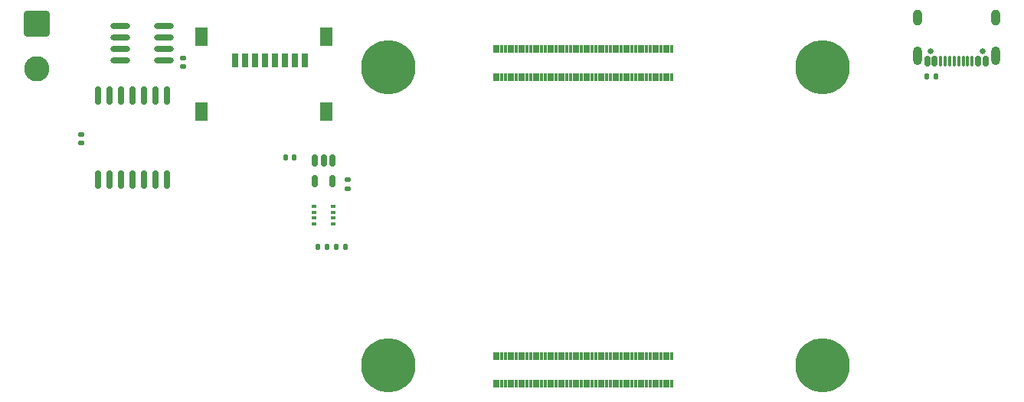
<source format=gbr>
%TF.GenerationSoftware,KiCad,Pcbnew,9.0.3*%
%TF.CreationDate,2025-11-10T23:22:15+01:00*%
%TF.ProjectId,AESS-PCB,41455353-2d50-4434-922e-6b696361645f,rev?*%
%TF.SameCoordinates,Original*%
%TF.FileFunction,Soldermask,Top*%
%TF.FilePolarity,Negative*%
%FSLAX46Y46*%
G04 Gerber Fmt 4.6, Leading zero omitted, Abs format (unit mm)*
G04 Created by KiCad (PCBNEW 9.0.3) date 2025-11-10 23:22:15*
%MOMM*%
%LPD*%
G01*
G04 APERTURE LIST*
G04 Aperture macros list*
%AMRoundRect*
0 Rectangle with rounded corners*
0 $1 Rounding radius*
0 $2 $3 $4 $5 $6 $7 $8 $9 X,Y pos of 4 corners*
0 Add a 4 corners polygon primitive as box body*
4,1,4,$2,$3,$4,$5,$6,$7,$8,$9,$2,$3,0*
0 Add four circle primitives for the rounded corners*
1,1,$1+$1,$2,$3*
1,1,$1+$1,$4,$5*
1,1,$1+$1,$6,$7*
1,1,$1+$1,$8,$9*
0 Add four rect primitives between the rounded corners*
20,1,$1+$1,$2,$3,$4,$5,0*
20,1,$1+$1,$4,$5,$6,$7,0*
20,1,$1+$1,$6,$7,$8,$9,0*
20,1,$1+$1,$8,$9,$2,$3,0*%
G04 Aperture macros list end*
%ADD10RoundRect,0.140000X-0.170000X0.140000X-0.170000X-0.140000X0.170000X-0.140000X0.170000X0.140000X0*%
%ADD11RoundRect,0.135000X0.135000X0.185000X-0.135000X0.185000X-0.135000X-0.185000X0.135000X-0.185000X0*%
%ADD12RoundRect,0.135000X-0.135000X-0.185000X0.135000X-0.185000X0.135000X0.185000X-0.135000X0.185000X0*%
%ADD13RoundRect,0.135000X0.185000X-0.135000X0.185000X0.135000X-0.185000X0.135000X-0.185000X-0.135000X0*%
%ADD14RoundRect,0.140000X0.170000X-0.140000X0.170000X0.140000X-0.170000X0.140000X-0.170000X-0.140000X0*%
%ADD15RoundRect,0.140000X0.140000X0.170000X-0.140000X0.170000X-0.140000X-0.170000X0.140000X-0.170000X0*%
%ADD16O,2.200001X0.599999*%
%ADD17O,1.000000X1.800000*%
%ADD18O,1.000000X2.100000*%
%ADD19RoundRect,0.150000X0.150000X0.425000X-0.150000X0.425000X-0.150000X-0.425000X0.150000X-0.425000X0*%
%ADD20RoundRect,0.075000X0.075000X0.500000X-0.075000X0.500000X-0.075000X-0.500000X0.075000X-0.500000X0*%
%ADD21C,0.650000*%
%ADD22RoundRect,0.250001X-1.149999X1.149999X-1.149999X-1.149999X1.149999X-1.149999X1.149999X1.149999X0*%
%ADD23C,2.800000*%
%ADD24R,0.500000X0.350000*%
%ADD25R,0.800000X1.500000*%
%ADD26R,1.450000X2.000000*%
%ADD27RoundRect,0.150000X-0.150000X0.512500X-0.150000X-0.512500X0.150000X-0.512500X0.150000X0.512500X0*%
%ADD28RoundRect,0.150000X0.150000X-0.875000X0.150000X0.875000X-0.150000X0.875000X-0.150000X-0.875000X0*%
%ADD29RoundRect,0.102000X-0.100000X-0.350000X0.100000X-0.350000X0.100000X0.350000X-0.100000X0.350000X0*%
%ADD30C,6.004000*%
G04 APERTURE END LIST*
D10*
%TO.C,C2*%
X39300000Y-19570000D03*
X39300000Y-20530000D03*
%TD*%
D11*
%TO.C,R4*%
X57260000Y-40450000D03*
X56240000Y-40450000D03*
%TD*%
D12*
%TO.C,R3*%
X54240000Y-40450000D03*
X55260000Y-40450000D03*
%TD*%
D11*
%TO.C,R2*%
X122560000Y-21600000D03*
X121540000Y-21600000D03*
%TD*%
D13*
%TO.C,R1*%
X57500000Y-34060000D03*
X57500000Y-33040000D03*
%TD*%
D14*
%TO.C,C3*%
X28050000Y-28980000D03*
X28050000Y-28020000D03*
%TD*%
D15*
%TO.C,C1*%
X51630000Y-30550000D03*
X50670000Y-30550000D03*
%TD*%
D16*
%TO.C,U2*%
X37200000Y-16045000D03*
X37200000Y-17315000D03*
X37200000Y-18585000D03*
X37200000Y-19855000D03*
X32400000Y-19855000D03*
X32400000Y-18585000D03*
X32400000Y-17315000D03*
X32400000Y-16045000D03*
%TD*%
D17*
%TO.C,J2*%
X120490000Y-15120000D03*
D18*
X120490000Y-19300000D03*
D17*
X129130000Y-15120000D03*
D18*
X129130000Y-19300000D03*
D19*
X128010000Y-19875000D03*
X127210000Y-19875000D03*
D20*
X126560000Y-19875000D03*
X125560000Y-19875000D03*
X124060000Y-19875000D03*
X123060000Y-19875000D03*
D19*
X122410000Y-19875000D03*
X121610000Y-19875000D03*
X121610000Y-19875000D03*
X122410000Y-19875000D03*
D20*
X123560000Y-19875000D03*
X124560000Y-19875000D03*
X125060000Y-19875000D03*
X126060000Y-19875000D03*
D19*
X127210000Y-19875000D03*
X128010000Y-19875000D03*
D21*
X121920000Y-18800000D03*
X127700000Y-18800000D03*
%TD*%
D22*
%TO.C,J3*%
X23182500Y-15750000D03*
D23*
X23182500Y-20750000D03*
%TD*%
D24*
%TO.C,U6*%
X53827500Y-36007500D03*
X53827500Y-36657500D03*
X53827500Y-37307500D03*
X53827500Y-37957500D03*
X55877500Y-37957500D03*
X55877500Y-37307500D03*
X55877500Y-36657500D03*
X55877500Y-36007500D03*
%TD*%
D25*
%TO.C,J1*%
X45050000Y-19802500D03*
X46150000Y-19802500D03*
X47250000Y-19802500D03*
X48350000Y-19802500D03*
X49450000Y-19802500D03*
X50550000Y-19802500D03*
X51650000Y-19802500D03*
X52750000Y-19802500D03*
D26*
X41375000Y-17202500D03*
X41375000Y-25502500D03*
X55125000Y-17202500D03*
X55125000Y-25502500D03*
%TD*%
D27*
%TO.C,U5*%
X55820000Y-33217500D03*
X53920000Y-33217500D03*
X53920000Y-30942500D03*
X54870000Y-30942500D03*
X55820000Y-30942500D03*
%TD*%
D28*
%TO.C,U3*%
X29940000Y-33050000D03*
X31210000Y-33050000D03*
X32480000Y-33050000D03*
X33750000Y-33050000D03*
X35020000Y-33050000D03*
X36290000Y-33050000D03*
X37560000Y-33050000D03*
X37560000Y-23750000D03*
X36290000Y-23750000D03*
X35020000Y-23750000D03*
X33750000Y-23750000D03*
X32480000Y-23750000D03*
X31210000Y-23750000D03*
X29940000Y-23750000D03*
%TD*%
D29*
%TO.C,U1*%
X93350000Y-18567500D03*
X93350000Y-21647500D03*
X92950000Y-18567500D03*
X92950000Y-21647500D03*
X92550000Y-18567500D03*
X92550000Y-21647500D03*
X92150000Y-18567500D03*
X92150000Y-21647500D03*
X91750000Y-18567500D03*
X91750000Y-21647500D03*
X91350000Y-18567500D03*
X91350000Y-21647500D03*
X90950000Y-18567500D03*
X90950000Y-21647500D03*
X90550000Y-18567500D03*
X90550000Y-21647500D03*
X90150000Y-18567500D03*
X90150000Y-21647500D03*
X89750000Y-18567500D03*
X89750000Y-21647500D03*
X89350000Y-18567500D03*
X89350000Y-21647500D03*
X88950000Y-18567500D03*
X88950000Y-21647500D03*
X88550000Y-18567500D03*
X88550000Y-21647500D03*
X88150000Y-18567500D03*
X88150000Y-21647500D03*
X87750000Y-18567500D03*
X87750000Y-21647500D03*
X87350000Y-18567500D03*
X87350000Y-21647500D03*
X86950000Y-18567500D03*
X86950000Y-21647500D03*
X86550000Y-18567500D03*
X86550000Y-21647500D03*
X86150000Y-18567500D03*
X86150000Y-21647500D03*
X85750000Y-18567500D03*
X85750000Y-21647500D03*
X85350000Y-18567500D03*
X85350000Y-21647500D03*
X84950000Y-18567500D03*
X84950000Y-21647500D03*
X84550000Y-18567500D03*
X84550000Y-21647500D03*
X84150000Y-18567500D03*
X84150000Y-21647500D03*
X83750000Y-18567500D03*
X83750000Y-21647500D03*
X83350000Y-18567500D03*
X83350000Y-21647500D03*
X82950000Y-18567500D03*
X82950000Y-21647500D03*
X82550000Y-18567500D03*
X82550000Y-21647500D03*
X82150000Y-18567500D03*
X82150000Y-21647500D03*
X81750000Y-18567500D03*
X81750000Y-21647500D03*
X81350000Y-18567500D03*
X81350000Y-21647500D03*
X80950000Y-18567500D03*
X80950000Y-21647500D03*
X80550000Y-18567500D03*
X80550000Y-21647500D03*
X80150000Y-18567500D03*
X80150000Y-21647500D03*
X79750000Y-18567500D03*
X79750000Y-21647500D03*
X79350000Y-18567500D03*
X79350000Y-21647500D03*
X78950000Y-18567500D03*
X78950000Y-21647500D03*
X78550000Y-18567500D03*
X78550000Y-21647500D03*
X78150000Y-18567500D03*
X78150000Y-21647500D03*
X77750000Y-18567500D03*
X77750000Y-21647500D03*
X77350000Y-18567500D03*
X77350000Y-21647500D03*
X76950000Y-18567500D03*
X76950000Y-21647500D03*
X76550000Y-18567500D03*
X76550000Y-21647500D03*
X76150000Y-18567500D03*
X76150000Y-21647500D03*
X75750000Y-18567500D03*
X75750000Y-21647500D03*
X75350000Y-18567500D03*
X75350000Y-21647500D03*
X74950000Y-18567500D03*
X74950000Y-21647500D03*
X74550000Y-18567500D03*
X74550000Y-21647500D03*
X74150000Y-18567500D03*
X74150000Y-21647500D03*
X73750000Y-18567500D03*
X73750000Y-21647500D03*
X93350000Y-52567500D03*
X93350000Y-55647500D03*
X92950000Y-52567500D03*
X92950000Y-55647500D03*
X92550000Y-52567500D03*
X92550000Y-55647500D03*
X92150000Y-52567500D03*
X92150000Y-55647500D03*
X91750000Y-52567500D03*
X91750000Y-55647500D03*
X91350000Y-52567500D03*
X91350000Y-55647500D03*
X90950000Y-52567500D03*
X90950000Y-55647500D03*
X90550000Y-52567500D03*
X90550000Y-55647500D03*
X90150000Y-52567500D03*
X90150000Y-55647500D03*
X89750000Y-52567500D03*
X89750000Y-55647500D03*
X89350000Y-52567500D03*
X89350000Y-55647500D03*
X88950000Y-52567500D03*
X88950000Y-55647500D03*
X88550000Y-52567500D03*
X88550000Y-55647500D03*
X88150000Y-52567500D03*
X88150000Y-55647500D03*
X87750000Y-52567500D03*
X87750000Y-55647500D03*
X87350000Y-52567500D03*
X87350000Y-55647500D03*
X86950000Y-52567500D03*
X86950000Y-55647500D03*
X86550000Y-52567500D03*
X86550000Y-55647500D03*
X86150000Y-52567500D03*
X86150000Y-55647500D03*
X85750000Y-52567500D03*
X85750000Y-55647500D03*
X85350000Y-52567500D03*
X85350000Y-55647500D03*
X84950000Y-52567500D03*
X84950000Y-55647500D03*
X84550000Y-52567500D03*
X84550000Y-55647500D03*
X84150000Y-52567500D03*
X84150000Y-55647500D03*
X83750000Y-52567500D03*
X83750000Y-55647500D03*
X83350000Y-52567500D03*
X83350000Y-55647500D03*
X82950000Y-52567500D03*
X82950000Y-55647500D03*
X82550000Y-52567500D03*
X82550000Y-55647500D03*
X82150000Y-52567500D03*
X82150000Y-55647500D03*
X81750000Y-52567500D03*
X81750000Y-55647500D03*
X81350000Y-52567500D03*
X81350000Y-55647500D03*
X80950000Y-52567500D03*
X80950000Y-55647500D03*
X80550000Y-52567500D03*
X80550000Y-55647500D03*
X80150000Y-52567500D03*
X80150000Y-55647500D03*
X79750000Y-52567500D03*
X79750000Y-55647500D03*
X79350000Y-52567500D03*
X79350000Y-55647500D03*
X78950000Y-52567500D03*
X78950000Y-55647500D03*
X78550000Y-52567500D03*
X78550000Y-55647500D03*
X78150000Y-52567500D03*
X78150000Y-55647500D03*
X77750000Y-52567500D03*
X77750000Y-55647500D03*
X77350000Y-52567500D03*
X77350000Y-55647500D03*
X76950000Y-52567500D03*
X76950000Y-55647500D03*
X76550000Y-52567500D03*
X76550000Y-55647500D03*
X76150000Y-52567500D03*
X76150000Y-55647500D03*
X75750000Y-52567500D03*
X75750000Y-55647500D03*
X75350000Y-52567500D03*
X75350000Y-55647500D03*
X74950000Y-52567500D03*
X74950000Y-55647500D03*
X74550000Y-52567500D03*
X74550000Y-55647500D03*
X74150000Y-52567500D03*
X74150000Y-55647500D03*
X73750000Y-52567500D03*
X73750000Y-55647500D03*
D30*
X62050000Y-20607500D03*
X62050000Y-53607500D03*
X110050000Y-20607500D03*
X110050000Y-53607500D03*
%TD*%
M02*

</source>
